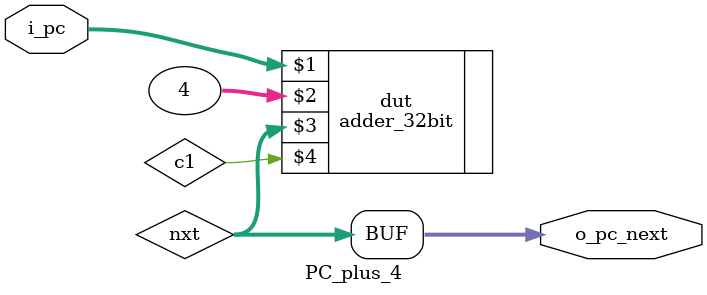
<source format=sv>
module PC_plus_4(
input logic [31:0] i_pc,
output logic [31:0] o_pc_next
);

logic [31:0] nxt;
logic c1;
adder_32bit dut  (i_pc,32'h4,nxt ,c1);

assign o_pc_next = nxt;

endmodule 

</source>
